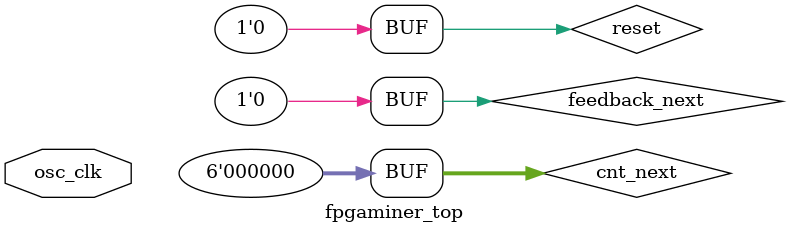
<source format=v>
/*
********************************************************************************
* MJ This file is intended to illustrate a discussion point, not for actual use
*    see https://bitcointalk.org/index.php?topic=9047.msg1627840#msg1627840
********************************************************************************
* 
*
* Copyright (c) 2011 fpgaminer@bitcoin-mining.com
*
*
*
* This program is free software: you can redistribute it and/or modify
* it under the terms of the GNU General Public License as published by
* the Free Software Foundation, either version 3 of the License, or
* (at your option) any later version.
*
* This program is distributed in the hope that it will be useful,
* but WITHOUT ANY WARRANTY; without even the implied warranty of
* MERCHANTABILITY or FITNESS FOR A PARTICULAR PURPOSE.  See the
* GNU General Public License for more details.
*
* You should have received a copy of the GNU General Public License
* along with this program.  If not, see <http://www.gnu.org/licenses/>.
*
* 
*/


`timescale 1ns/1ps

module fpgaminer_top (osc_clk);

	// The LOOP_LOG2 parameter determines how unrolled the SHA-256
	// calculations are. For example, a setting of 0 will completely
	// unroll the calculations, resulting in 128 rounds and a large, but
	// fast design.
	//
	// A setting of 1 will result in 64 rounds, with half the size and
	// half the speed. 2 will be 32 rounds, with 1/4th the size and speed.
	// And so on.
	//
	// Valid range: [0, 5]
`ifdef CONFIG_LOOP_LOG2
	parameter LOOP_LOG2 = `CONFIG_LOOP_LOG2;
`else
	parameter LOOP_LOG2 = 0;
`endif

	// No need to adjust these parameters
	localparam [5:0] LOOP = (6'd1 << LOOP_LOG2);
	// The nonce will always be larger at the time we discover a valid
	// hash. This is its offset from the nonce that gave rise to the valid
	// hash (except when LOOP_LOG2 == 0 or 1, where the offset is 131 or
	// 66 respectively).
	localparam [31:0] GOLDEN_NONCE_OFFSET = (32'd1 << (7 - LOOP_LOG2)) + 32'd1;

	input osc_clk;


	//// 
	reg [255:0] state = 0;
	reg [511:0] data0 = 0;
	reg [511:0] data1 = 0;
	reg [511:0] data2 = 0;
	reg [511:0] data3 = 0;
	reg [29:0] nonce = 30'h00000000;


	//// PLL
	wire hash_clk;
	`ifndef SIM
		main_pll pll_blk (osc_clk, hash_clk);
	`else
		assign hash_clk = osc_clk;
	`endif


	//// Hashers
	wire [255:0] hash0a, hash0b;
	wire [255:0] hash1a, hash1b;
	wire [255:0] hash2a, hash2b;
	wire [255:0] hash3a, hash3b;
	reg [5:0] cnt = 6'd0;
	reg feedback = 1'b0;

	sha256_transform #(.LOOP(LOOP)) uut0a (
		.clk(hash_clk),
		.feedback(feedback),
		.cnt(cnt),
		.rx_state(state),
		.rx_input(data0),
		.tx_hash(hash0a)
	);
	sha256_transform #(.LOOP(LOOP)) uut0b (
		.clk(hash_clk),
		.feedback(feedback),
		.cnt(cnt),
		.rx_state(256'h5be0cd191f83d9ab9b05688c510e527fa54ff53a3c6ef372bb67ae856a09e667),
		.rx_input({256'h0000010000000000000000000000000000000000000000000000000080000000, hash0a}),
		.tx_hash(hash0b)
	);

	sha256_transform #(.LOOP(LOOP)) uut1a (
		.clk(hash_clk),
		.feedback(feedback),
		.cnt(cnt),
		.rx_state(state),
		.rx_input(data1),
		.tx_hash(hash1a)
	);
	sha256_transform #(.LOOP(LOOP)) uut1b (
		.clk(hash_clk),
		.feedback(feedback),
		.cnt(cnt),
		.rx_state(256'h5be0cd191f83d9ab9b05688c510e527fa54ff53a3c6ef372bb67ae856a09e667),
		.rx_input({256'h0000010000000000000000000000000000000000000000000000000080000000, hash1a}),
		.tx_hash(hash1b)
	);
	
	sha256_transform #(.LOOP(LOOP)) uut2a (
		.clk(hash_clk),
		.feedback(feedback),
		.cnt(cnt),
		.rx_state(state),
		.rx_input(data2),
		.tx_hash(hash2a)
	);
	sha256_transform #(.LOOP(LOOP)) uut2b (
		.clk(hash_clk),
		.feedback(feedback),
		.cnt(cnt),
		.rx_state(256'h5be0cd191f83d9ab9b05688c510e527fa54ff53a3c6ef372bb67ae856a09e667),
		.rx_input({256'h0000010000000000000000000000000000000000000000000000000080000000, hash2a}),
		.tx_hash(hash2b)
	);

	sha256_transform #(.LOOP(LOOP)) uut3a (
		.clk(hash_clk),
		.feedback(feedback),
		.cnt(cnt),
		.rx_state(state),
		.rx_input(data3),
		.tx_hash(hash3a)
	);
	sha256_transform #(.LOOP(LOOP)) uut3b (
		.clk(hash_clk),
		.feedback(feedback),
		.cnt(cnt),
		.rx_state(256'h5be0cd191f83d9ab9b05688c510e527fa54ff53a3c6ef372bb67ae856a09e667),
		.rx_input({256'h0000010000000000000000000000000000000000000000000000000080000000, hash3a}),
		.tx_hash(hash3b)
	);

	//// Virtual Wire Control
	reg [255:0] midstate_buf = 0, data_buf = 0;
	wire [255:0] midstate_vw, data2_vw;

	`ifndef SIM
		virtual_wire # (.PROBE_WIDTH(0), .WIDTH(256), .INSTANCE_ID("STAT")) midstate_vw_blk(.probe(), .source(midstate_vw));
		virtual_wire # (.PROBE_WIDTH(0), .WIDTH(256), .INSTANCE_ID("DAT2")) data2_vw_blk(.probe(), .source(data2_vw));
	`endif


	//// Virtual Wire Output
	reg [31:0] golden_nonce = 0;
	
	`ifndef SIM
		virtual_wire # (.PROBE_WIDTH(32), .WIDTH(0), .INSTANCE_ID("GNON")) golden_nonce_vw_blk (.probe(golden_nonce), .source());
		virtual_wire # (.PROBE_WIDTH(32), .WIDTH(0), .INSTANCE_ID("NONC")) nonce_vw_blk (.probe(nonce), .source());
	`endif


	//// Control Unit
	reg is_golden_ticket0 = 1'b0;
	reg is_golden_ticket1 = 1'b0;
	reg is_golden_ticket2 = 1'b0;
	reg is_golden_ticket3 = 1'b0;
	reg feedback_d1 = 1'b1;
	wire [5:0] cnt_next;
	wire [29:0] nonce_next;
	wire feedback_next;
	`ifndef SIM
		wire reset;
		assign reset = 1'b0;
	`else
		reg reset = 1'b0;	// NOTE: Reset is not currently used in the actual FPGA; for simulation only.
	`endif

	assign cnt_next =  reset ? 6'd0 : (LOOP == 1) ? 6'd0 : (cnt + 6'd1) & (LOOP-1);
	// On the first count (cnt==0), load data from previous stage (no feedback)
	// on 1..LOOP-1, take feedback from current stage
	// This reduces the throughput by a factor of (LOOP), but also reduces the design size by the same amount
	assign feedback_next = (LOOP == 1) ? 1'b0 : (cnt_next != {(LOOP_LOG2){1'b0}});
	assign nonce_next =
		reset ? 30'd0 :
		feedback_next ? nonce : (nonce + 30'd1);

	wire[1:0] nonceprefix;
	wire[31:0] fullnonce;
	assign nonceprefix = is_golden_ticket0 ? 2'd0 : is_golden_ticket1 ? 2'd1 : is_golden_ticket2 ? 2'd2 : 2'd3;
	assign fullnonce = {nonceprefix,nonce_next};	
	
	always @ (posedge hash_clk)
	begin
		`ifdef SIM
			//midstate_buf <= 256'h2b3f81261b3cfd001db436cfd4c8f3f9c7450c9a0d049bee71cba0ea2619c0b5;
			//data_buf <= 256'h00000000000000000000000080000000_00000000_39f3001b6b7b8d4dc14bfc31;
			//nonce <= 30411740;
		`else
			midstate_buf <= midstate_vw;
			data_buf <= data2_vw;
		`endif

		cnt <= cnt_next;
		feedback <= feedback_next;
		feedback_d1 <= feedback;

		// Give new data to the hasher
		state <= midstate_buf;
		data0 <= {384'h000002800000000000000000000000000000000000000000000000000000000000000000000000000000000080000000, {2'd0,nonce_next}, data_buf[95:0]};
		data1 <= {384'h000002800000000000000000000000000000000000000000000000000000000000000000000000000000000080000000, {2'd1,nonce_next}, data_buf[95:0]};
		data2 <= {384'h000002800000000000000000000000000000000000000000000000000000000000000000000000000000000080000000, {2'd2,nonce_next}, data_buf[95:0]};
		data3 <= {384'h000002800000000000000000000000000000000000000000000000000000000000000000000000000000000080000000, {2'd3,nonce_next}, data_buf[95:0]};
		nonce <= nonce_next;


		// Check to see if the last hash generated is valid.
		is_golden_ticket0 <= (hash0b[255:224] == 32'h00000000) && !feedback_d1;
		is_golden_ticket1 <= (hash1b[255:224] == 32'h00000000) && !feedback_d1;
		is_golden_ticket2 <= (hash2b[255:224] == 32'h00000000) && !feedback_d1;
		is_golden_ticket3 <= (hash3b[255:224] == 32'h00000000) && !feedback_d1;

		if(is_golden_ticket0 | is_golden_ticket1 | is_golden_ticket2 | is_golden_ticket3)
		begin
			// TODO: Find a more compact calculation for this
			if (LOOP == 1)
				golden_nonce <= fullnonce - 32'd131;
			else if (LOOP == 2)
				golden_nonce <= fullnonce - 32'd66;
			else
				golden_nonce <= fullnonce - GOLDEN_NONCE_OFFSET;
		end
`ifdef SIM
		if (!feedback_d1)
			$display ("nonce: %8x\nhash0b: %64x\nhash1b: %64x\n\nhash2b: %64x\nhash3b: %64x\n", fullnonce, hash0b, hash1b, hash2b, hash3b);
`endif
	end

endmodule


</source>
